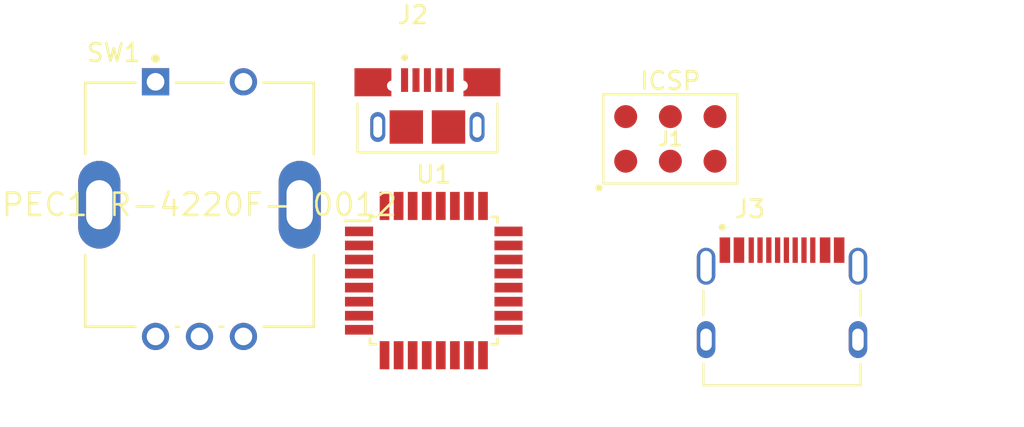
<source format=kicad_pcb>
(kicad_pcb (version 20171130) (host pcbnew "(5.1.10)-1")

  (general
    (thickness 1.6)
    (drawings 0)
    (tracks 0)
    (zones 0)
    (modules 5)
    (nets 63)
  )

  (page A4)
  (title_block
    (title "LightControl Console")
    (date 2021-08-10)
    (rev v00)
    (comment 4 "Author: GHOSCHT")
  )

  (layers
    (0 F.Cu signal)
    (31 B.Cu signal)
    (32 B.Adhes user)
    (33 F.Adhes user)
    (34 B.Paste user)
    (35 F.Paste user)
    (36 B.SilkS user)
    (37 F.SilkS user)
    (38 B.Mask user)
    (39 F.Mask user)
    (40 Dwgs.User user)
    (41 Cmts.User user)
    (42 Eco1.User user)
    (43 Eco2.User user)
    (44 Edge.Cuts user)
    (45 Margin user)
    (46 B.CrtYd user)
    (47 F.CrtYd user)
    (48 B.Fab user)
    (49 F.Fab user)
  )

  (setup
    (last_trace_width 0.25)
    (trace_clearance 0.2)
    (zone_clearance 0.508)
    (zone_45_only no)
    (trace_min 0.2)
    (via_size 0.8)
    (via_drill 0.4)
    (via_min_size 0.4)
    (via_min_drill 0.3)
    (uvia_size 0.3)
    (uvia_drill 0.1)
    (uvias_allowed no)
    (uvia_min_size 0.2)
    (uvia_min_drill 0.1)
    (edge_width 0.05)
    (segment_width 0.2)
    (pcb_text_width 0.3)
    (pcb_text_size 1.5 1.5)
    (mod_edge_width 0.12)
    (mod_text_size 1 1)
    (mod_text_width 0.15)
    (pad_size 1.524 1.524)
    (pad_drill 0.762)
    (pad_to_mask_clearance 0)
    (aux_axis_origin 0 0)
    (visible_elements 7FFFFFFF)
    (pcbplotparams
      (layerselection 0x010fc_ffffffff)
      (usegerberextensions false)
      (usegerberattributes true)
      (usegerberadvancedattributes true)
      (creategerberjobfile true)
      (excludeedgelayer true)
      (linewidth 0.100000)
      (plotframeref false)
      (viasonmask false)
      (mode 1)
      (useauxorigin false)
      (hpglpennumber 1)
      (hpglpenspeed 20)
      (hpglpendiameter 15.000000)
      (psnegative false)
      (psa4output false)
      (plotreference true)
      (plotvalue true)
      (plotinvisibletext false)
      (padsonsilk false)
      (subtractmaskfromsilk false)
      (outputformat 1)
      (mirror false)
      (drillshape 1)
      (scaleselection 1)
      (outputdirectory ""))
  )

  (net 0 "")
  (net 1 "Net-(J1-Pad1)")
  (net 2 "Net-(J1-Pad2)")
  (net 3 "Net-(J1-Pad3)")
  (net 4 "Net-(J1-Pad4)")
  (net 5 "Net-(J1-Pad5)")
  (net 6 "Net-(J1-Pad6)")
  (net 7 "Net-(SW1-PadS1)")
  (net 8 "Net-(SW1-PadS2)")
  (net 9 "Net-(SW1-PadA)")
  (net 10 "Net-(SW1-PadC)")
  (net 11 "Net-(SW1-PadB)")
  (net 12 "Net-(U1-Pad1)")
  (net 13 "Net-(U1-Pad2)")
  (net 14 "Net-(U1-Pad21)")
  (net 15 "Net-(U1-Pad4)")
  (net 16 "Net-(U1-Pad7)")
  (net 17 "Net-(U1-Pad8)")
  (net 18 "Net-(U1-Pad9)")
  (net 19 "Net-(U1-Pad10)")
  (net 20 "Net-(U1-Pad11)")
  (net 21 "Net-(U1-Pad12)")
  (net 22 "Net-(U1-Pad13)")
  (net 23 "Net-(U1-Pad14)")
  (net 24 "Net-(U1-Pad15)")
  (net 25 "Net-(U1-Pad16)")
  (net 26 "Net-(U1-Pad17)")
  (net 27 "Net-(U1-Pad18)")
  (net 28 "Net-(U1-Pad19)")
  (net 29 "Net-(U1-Pad20)")
  (net 30 "Net-(U1-Pad22)")
  (net 31 "Net-(U1-Pad23)")
  (net 32 "Net-(U1-Pad24)")
  (net 33 "Net-(U1-Pad25)")
  (net 34 "Net-(U1-Pad26)")
  (net 35 "Net-(U1-Pad27)")
  (net 36 "Net-(U1-Pad28)")
  (net 37 "Net-(U1-Pad29)")
  (net 38 "Net-(U1-Pad30)")
  (net 39 "Net-(U1-Pad31)")
  (net 40 "Net-(U1-Pad32)")
  (net 41 "Net-(J2-Pad1)")
  (net 42 "Net-(J2-Pad2)")
  (net 43 "Net-(J2-Pad3)")
  (net 44 "Net-(J2-Pad4)")
  (net 45 "Net-(J2-Pad5)")
  (net 46 "Net-(J2-Pad6)")
  (net 47 "Net-(J3-PadA1B12)")
  (net 48 "Net-(J3-PadA4B9)")
  (net 49 "Net-(J3-PadA6)")
  (net 50 "Net-(J3-PadB7)")
  (net 51 "Net-(J3-PadA5)")
  (net 52 "Net-(J3-PadB8)")
  (net 53 "Net-(J3-PadA7)")
  (net 54 "Net-(J3-PadB6)")
  (net 55 "Net-(J3-PadA8)")
  (net 56 "Net-(J3-PadB5)")
  (net 57 "Net-(J3-PadB4A9)")
  (net 58 "Net-(J3-PadB1A12)")
  (net 59 "Net-(J3-PadS1)")
  (net 60 "Net-(J3-PadS2)")
  (net 61 "Net-(J3-PadS3)")
  (net 62 "Net-(J3-PadS4)")

  (net_class Default "This is the default net class."
    (clearance 0.2)
    (trace_width 0.25)
    (via_dia 0.8)
    (via_drill 0.4)
    (uvia_dia 0.3)
    (uvia_drill 0.1)
    (add_net "Net-(J1-Pad1)")
    (add_net "Net-(J1-Pad2)")
    (add_net "Net-(J1-Pad3)")
    (add_net "Net-(J1-Pad4)")
    (add_net "Net-(J1-Pad5)")
    (add_net "Net-(J1-Pad6)")
    (add_net "Net-(J2-Pad1)")
    (add_net "Net-(J2-Pad2)")
    (add_net "Net-(J2-Pad3)")
    (add_net "Net-(J2-Pad4)")
    (add_net "Net-(J2-Pad5)")
    (add_net "Net-(J2-Pad6)")
    (add_net "Net-(J3-PadA1B12)")
    (add_net "Net-(J3-PadA4B9)")
    (add_net "Net-(J3-PadA5)")
    (add_net "Net-(J3-PadA6)")
    (add_net "Net-(J3-PadA7)")
    (add_net "Net-(J3-PadA8)")
    (add_net "Net-(J3-PadB1A12)")
    (add_net "Net-(J3-PadB4A9)")
    (add_net "Net-(J3-PadB5)")
    (add_net "Net-(J3-PadB6)")
    (add_net "Net-(J3-PadB7)")
    (add_net "Net-(J3-PadB8)")
    (add_net "Net-(J3-PadS1)")
    (add_net "Net-(J3-PadS2)")
    (add_net "Net-(J3-PadS3)")
    (add_net "Net-(J3-PadS4)")
    (add_net "Net-(SW1-PadA)")
    (add_net "Net-(SW1-PadB)")
    (add_net "Net-(SW1-PadC)")
    (add_net "Net-(SW1-PadS1)")
    (add_net "Net-(SW1-PadS2)")
    (add_net "Net-(U1-Pad1)")
    (add_net "Net-(U1-Pad10)")
    (add_net "Net-(U1-Pad11)")
    (add_net "Net-(U1-Pad12)")
    (add_net "Net-(U1-Pad13)")
    (add_net "Net-(U1-Pad14)")
    (add_net "Net-(U1-Pad15)")
    (add_net "Net-(U1-Pad16)")
    (add_net "Net-(U1-Pad17)")
    (add_net "Net-(U1-Pad18)")
    (add_net "Net-(U1-Pad19)")
    (add_net "Net-(U1-Pad2)")
    (add_net "Net-(U1-Pad20)")
    (add_net "Net-(U1-Pad21)")
    (add_net "Net-(U1-Pad22)")
    (add_net "Net-(U1-Pad23)")
    (add_net "Net-(U1-Pad24)")
    (add_net "Net-(U1-Pad25)")
    (add_net "Net-(U1-Pad26)")
    (add_net "Net-(U1-Pad27)")
    (add_net "Net-(U1-Pad28)")
    (add_net "Net-(U1-Pad29)")
    (add_net "Net-(U1-Pad30)")
    (add_net "Net-(U1-Pad31)")
    (add_net "Net-(U1-Pad32)")
    (add_net "Net-(U1-Pad4)")
    (add_net "Net-(U1-Pad7)")
    (add_net "Net-(U1-Pad8)")
    (add_net "Net-(U1-Pad9)")
  )

  (module XKB-U254-051T-4BH83-F1S:XKB_U254-051T-4BH83-F1S (layer F.Cu) (tedit 611255A8) (tstamp 6112C961)
    (at 125.627501 68.666001)
    (path /611277F0)
    (fp_text reference J2 (at -0.825 -6.385) (layer F.SilkS)
      (effects (font (size 1 1) (thickness 0.15)))
    )
    (fp_text value U254-051T-4BH83-F1S (at 10.605 -4.885) (layer F.Fab)
      (effects (font (size 1 1) (thickness 0.15)))
    )
    (fp_circle (center -1.3 -3.95) (end -1.2 -3.95) (layer F.SilkS) (width 0.2))
    (fp_line (start -4.9 1.45) (end 6.2 1.45) (layer F.Fab) (width 0.127))
    (fp_line (start -3.9 1.45) (end 3.9 1.45) (layer F.SilkS) (width 0.127))
    (fp_line (start 3.98 -1.35) (end 3.98 1.45) (layer F.SilkS) (width 0.127))
    (fp_line (start -3.98 -1.35) (end -3.98 1.45) (layer F.SilkS) (width 0.127))
    (fp_line (start -4.4 2.4) (end -4.4 -3.6) (layer F.CrtYd) (width 0.05))
    (fp_line (start 4.4 2.4) (end 4.4 -3.6) (layer F.CrtYd) (width 0.05))
    (fp_line (start -4.4 2.4) (end 4.4 2.4) (layer F.CrtYd) (width 0.05))
    (fp_line (start -4.4 -3.6) (end 4.4 -3.6) (layer F.CrtYd) (width 0.05))
    (fp_line (start -3.98 2.15) (end -3.98 -2.85) (layer F.Fab) (width 0.127))
    (fp_line (start -3.98 2.15) (end 3.98 2.15) (layer F.Fab) (width 0.127))
    (fp_line (start 3.98 2.15) (end 3.98 -2.85) (layer F.Fab) (width 0.127))
    (fp_line (start -3.98 -2.85) (end 3.98 -2.85) (layer F.Fab) (width 0.127))
    (fp_circle (center -1.3 -3.95) (end -1.2 -3.95) (layer F.Fab) (width 0.2))
    (fp_text user PCB-EDGE (at 4.6 1.35) (layer F.Fab)
      (effects (font (size 0.590551 0.590551) (thickness 0.15)))
    )
    (pad 1 smd rect (at -1.3 -2.675) (size 0.4 1.35) (layers F.Cu F.Paste F.Mask)
      (net 41 "Net-(J2-Pad1)"))
    (pad 2 smd rect (at -0.65 -2.675) (size 0.4 1.35) (layers F.Cu F.Paste F.Mask)
      (net 42 "Net-(J2-Pad2)"))
    (pad 3 smd rect (at 0 -2.675) (size 0.4 1.35) (layers F.Cu F.Paste F.Mask)
      (net 43 "Net-(J2-Pad3)"))
    (pad 4 smd rect (at 0.65 -2.675) (size 0.4 1.35) (layers F.Cu F.Paste F.Mask)
      (net 44 "Net-(J2-Pad4)"))
    (pad 5 smd rect (at 1.3 -2.675) (size 0.4 1.35) (layers F.Cu F.Paste F.Mask)
      (net 45 "Net-(J2-Pad5)"))
    (pad S3 smd rect (at -1.2 0) (size 1.9 1.9) (layers F.Cu F.Paste F.Mask))
    (pad S4 smd rect (at 1.2 0) (size 1.9 1.9) (layers F.Cu F.Paste F.Mask))
    (pad S1 smd rect (at -3.1 -2.55) (size 2.1 1.6) (layers F.Cu F.Paste F.Mask))
    (pad S2 smd rect (at 3.1 -2.55) (size 2.1 1.6) (layers F.Cu F.Paste F.Mask))
    (pad 5 thru_hole oval (at -2.825 0) (size 0.85 1.7) (drill oval 0.5 1.2) (layers *.Cu *.Mask)
      (net 45 "Net-(J2-Pad5)"))
    (pad 6 thru_hole oval (at 2.825 0) (size 0.85 1.7) (drill oval 0.5 1.2) (layers *.Cu *.Mask)
      (net 46 "Net-(J2-Pad6)"))
    (pad None np_thru_hole circle (at -2 -2.35) (size 0.6 0.6) (drill 0.6) (layers *.Cu *.Mask))
    (pad None np_thru_hole circle (at 2 -2.35) (size 0.6 0.6) (drill 0.6) (layers *.Cu *.Mask))
    (model ${KIPRJMOD}/Libraries/XKB-U254-051T-4BH83-F1S.models/U254-051T-4BH83-F1S.step
      (offset (xyz 0 -2.15 0))
      (scale (xyz 1 1 1))
      (rotate (xyz -90 0 0))
    )
  )

  (module Bourns-PEC11R-4220F-S0012:Bourns-PEC11R-4220F-S0012-MFG (layer F.Cu) (tedit 611258C1) (tstamp 6112C981)
    (at 112.664001 73.091001)
    (path /6112A1C1)
    (fp_text reference SW1 (at -6.5 -8.65) (layer F.SilkS)
      (effects (font (size 1 1) (thickness 0.15)) (justify left))
    )
    (fp_text value PEC11R-4220F-S0012 (at 0 0) (layer F.SilkS)
      (effects (font (size 1.27 1.27) (thickness 0.15)))
    )
    (fp_circle (center -2.5 -8.325) (end -2.375 -8.325) (layer F.SilkS) (width 0.25))
    (fp_line (start -6.5 -2.875) (end -6.5 -6.95) (layer F.SilkS) (width 0.15))
    (fp_line (start -6.5 6.95) (end -6.5 2.875) (layer F.SilkS) (width 0.15))
    (fp_line (start 3.65 6.95) (end 6.5 6.95) (layer F.SilkS) (width 0.15))
    (fp_line (start 1.15 6.95) (end 1.35 6.95) (layer F.SilkS) (width 0.15))
    (fp_line (start -1.35 6.95) (end -1.15 6.95) (layer F.SilkS) (width 0.15))
    (fp_line (start -6.5 6.95) (end -3.65 6.95) (layer F.SilkS) (width 0.15))
    (fp_line (start 6.5 -2.875) (end 6.5 -6.95) (layer F.SilkS) (width 0.15))
    (fp_line (start 6.5 6.95) (end 6.5 2.875) (layer F.SilkS) (width 0.15))
    (fp_line (start 3.65 -6.95) (end 6.5 -6.95) (layer F.SilkS) (width 0.15))
    (fp_line (start -1.35 -6.95) (end 1.35 -6.95) (layer F.SilkS) (width 0.15))
    (fp_line (start -6.5 -6.95) (end -3.65 -6.95) (layer F.SilkS) (width 0.15))
    (fp_line (start 6.925 8.3) (end 6.925 -7.8) (layer F.CrtYd) (width 0.15))
    (fp_line (start -6.925 8.3) (end 6.925 8.3) (layer F.CrtYd) (width 0.15))
    (fp_line (start -6.925 -7.8) (end -6.925 8.3) (layer F.CrtYd) (width 0.15))
    (fp_line (start 6.925 -7.8) (end -6.925 -7.8) (layer F.CrtYd) (width 0.15))
    (fp_line (start 6.925 -7.8) (end 6.925 -7.8) (layer F.CrtYd) (width 0.15))
    (fp_line (start 6.5 6.95) (end -6.5 6.95) (layer F.Fab) (width 0.15))
    (fp_line (start 6.5 -6.95) (end 6.5 6.95) (layer F.Fab) (width 0.15))
    (fp_line (start -6.5 -6.95) (end 6.5 -6.95) (layer F.Fab) (width 0.15))
    (fp_line (start -6.5 6.95) (end -6.5 -6.95) (layer F.Fab) (width 0.15))
    (pad S1 thru_hole rect (at -2.5 -7) (size 1.55 1.55) (drill 1) (layers *.Cu *.Mask)
      (net 7 "Net-(SW1-PadS1)"))
    (pad S2 thru_hole circle (at 2.5 -7) (size 1.55 1.55) (drill 1) (layers *.Cu *.Mask)
      (net 8 "Net-(SW1-PadS2)"))
    (pad A thru_hole circle (at -2.5 7.5) (size 1.55 1.55) (drill 1) (layers *.Cu *.Mask)
      (net 9 "Net-(SW1-PadA)"))
    (pad C thru_hole circle (at 0 7.5) (size 1.55 1.55) (drill 1) (layers *.Cu *.Mask)
      (net 10 "Net-(SW1-PadC)"))
    (pad B thru_hole circle (at 2.5 7.5) (size 1.55 1.55) (drill 1) (layers *.Cu *.Mask)
      (net 11 "Net-(SW1-PadB)"))
    (pad 3 thru_hole roundrect (at -5.7 0) (size 2.4 5) (drill oval 1.5 2.8) (layers *.Cu *.Mask) (roundrect_rratio 0.5))
    (pad 4 thru_hole roundrect (at 5.7 0) (size 2.4 5) (drill oval 1.5 2.8) (layers *.Cu *.Mask) (roundrect_rratio 0.5))
    (model ${KIPRJMOD}/Libraries/Bourns-PEC11R-4220F-S0012.models/Bourns_-_PEC11R-4220F-S0012.step
      (at (xyz 0 0 0))
      (scale (xyz 1 1 1))
      (rotate (xyz 0 0 0))
    )
  )

  (module Package_QFP:TQFP-32_7x7mm_P0.8mm (layer F.Cu) (tedit 5A02F146) (tstamp 6112C9B8)
    (at 125.989001 77.411001)
    (descr "32-Lead Plastic Thin Quad Flatpack (PT) - 7x7x1.0 mm Body, 2.00 mm [TQFP] (see Microchip Packaging Specification 00000049BS.pdf)")
    (tags "QFP 0.8")
    (path /61124B57)
    (attr smd)
    (fp_text reference U1 (at 0 -6.05) (layer F.SilkS)
      (effects (font (size 1 1) (thickness 0.15)))
    )
    (fp_text value ATmega328P-AU (at 0 6.05) (layer F.Fab)
      (effects (font (size 1 1) (thickness 0.15)))
    )
    (fp_line (start -2.5 -3.5) (end 3.5 -3.5) (layer F.Fab) (width 0.15))
    (fp_line (start 3.5 -3.5) (end 3.5 3.5) (layer F.Fab) (width 0.15))
    (fp_line (start 3.5 3.5) (end -3.5 3.5) (layer F.Fab) (width 0.15))
    (fp_line (start -3.5 3.5) (end -3.5 -2.5) (layer F.Fab) (width 0.15))
    (fp_line (start -3.5 -2.5) (end -2.5 -3.5) (layer F.Fab) (width 0.15))
    (fp_line (start -5.3 -5.3) (end -5.3 5.3) (layer F.CrtYd) (width 0.05))
    (fp_line (start 5.3 -5.3) (end 5.3 5.3) (layer F.CrtYd) (width 0.05))
    (fp_line (start -5.3 -5.3) (end 5.3 -5.3) (layer F.CrtYd) (width 0.05))
    (fp_line (start -5.3 5.3) (end 5.3 5.3) (layer F.CrtYd) (width 0.05))
    (fp_line (start -3.625 -3.625) (end -3.625 -3.4) (layer F.SilkS) (width 0.15))
    (fp_line (start 3.625 -3.625) (end 3.625 -3.3) (layer F.SilkS) (width 0.15))
    (fp_line (start 3.625 3.625) (end 3.625 3.3) (layer F.SilkS) (width 0.15))
    (fp_line (start -3.625 3.625) (end -3.625 3.3) (layer F.SilkS) (width 0.15))
    (fp_line (start -3.625 -3.625) (end -3.3 -3.625) (layer F.SilkS) (width 0.15))
    (fp_line (start -3.625 3.625) (end -3.3 3.625) (layer F.SilkS) (width 0.15))
    (fp_line (start 3.625 3.625) (end 3.3 3.625) (layer F.SilkS) (width 0.15))
    (fp_line (start 3.625 -3.625) (end 3.3 -3.625) (layer F.SilkS) (width 0.15))
    (fp_line (start -3.625 -3.4) (end -5.05 -3.4) (layer F.SilkS) (width 0.15))
    (fp_text user %R (at 0 0) (layer F.Fab)
      (effects (font (size 1 1) (thickness 0.15)))
    )
    (pad 1 smd rect (at -4.25 -2.8) (size 1.6 0.55) (layers F.Cu F.Paste F.Mask)
      (net 12 "Net-(U1-Pad1)"))
    (pad 2 smd rect (at -4.25 -2) (size 1.6 0.55) (layers F.Cu F.Paste F.Mask)
      (net 13 "Net-(U1-Pad2)"))
    (pad 3 smd rect (at -4.25 -1.2) (size 1.6 0.55) (layers F.Cu F.Paste F.Mask)
      (net 14 "Net-(U1-Pad21)"))
    (pad 4 smd rect (at -4.25 -0.4) (size 1.6 0.55) (layers F.Cu F.Paste F.Mask)
      (net 15 "Net-(U1-Pad4)"))
    (pad 5 smd rect (at -4.25 0.4) (size 1.6 0.55) (layers F.Cu F.Paste F.Mask)
      (net 14 "Net-(U1-Pad21)"))
    (pad 6 smd rect (at -4.25 1.2) (size 1.6 0.55) (layers F.Cu F.Paste F.Mask)
      (net 15 "Net-(U1-Pad4)"))
    (pad 7 smd rect (at -4.25 2) (size 1.6 0.55) (layers F.Cu F.Paste F.Mask)
      (net 16 "Net-(U1-Pad7)"))
    (pad 8 smd rect (at -4.25 2.8) (size 1.6 0.55) (layers F.Cu F.Paste F.Mask)
      (net 17 "Net-(U1-Pad8)"))
    (pad 9 smd rect (at -2.8 4.25 90) (size 1.6 0.55) (layers F.Cu F.Paste F.Mask)
      (net 18 "Net-(U1-Pad9)"))
    (pad 10 smd rect (at -2 4.25 90) (size 1.6 0.55) (layers F.Cu F.Paste F.Mask)
      (net 19 "Net-(U1-Pad10)"))
    (pad 11 smd rect (at -1.2 4.25 90) (size 1.6 0.55) (layers F.Cu F.Paste F.Mask)
      (net 20 "Net-(U1-Pad11)"))
    (pad 12 smd rect (at -0.4 4.25 90) (size 1.6 0.55) (layers F.Cu F.Paste F.Mask)
      (net 21 "Net-(U1-Pad12)"))
    (pad 13 smd rect (at 0.4 4.25 90) (size 1.6 0.55) (layers F.Cu F.Paste F.Mask)
      (net 22 "Net-(U1-Pad13)"))
    (pad 14 smd rect (at 1.2 4.25 90) (size 1.6 0.55) (layers F.Cu F.Paste F.Mask)
      (net 23 "Net-(U1-Pad14)"))
    (pad 15 smd rect (at 2 4.25 90) (size 1.6 0.55) (layers F.Cu F.Paste F.Mask)
      (net 24 "Net-(U1-Pad15)"))
    (pad 16 smd rect (at 2.8 4.25 90) (size 1.6 0.55) (layers F.Cu F.Paste F.Mask)
      (net 25 "Net-(U1-Pad16)"))
    (pad 17 smd rect (at 4.25 2.8) (size 1.6 0.55) (layers F.Cu F.Paste F.Mask)
      (net 26 "Net-(U1-Pad17)"))
    (pad 18 smd rect (at 4.25 2) (size 1.6 0.55) (layers F.Cu F.Paste F.Mask)
      (net 27 "Net-(U1-Pad18)"))
    (pad 19 smd rect (at 4.25 1.2) (size 1.6 0.55) (layers F.Cu F.Paste F.Mask)
      (net 28 "Net-(U1-Pad19)"))
    (pad 20 smd rect (at 4.25 0.4) (size 1.6 0.55) (layers F.Cu F.Paste F.Mask)
      (net 29 "Net-(U1-Pad20)"))
    (pad 21 smd rect (at 4.25 -0.4) (size 1.6 0.55) (layers F.Cu F.Paste F.Mask)
      (net 14 "Net-(U1-Pad21)"))
    (pad 22 smd rect (at 4.25 -1.2) (size 1.6 0.55) (layers F.Cu F.Paste F.Mask)
      (net 30 "Net-(U1-Pad22)"))
    (pad 23 smd rect (at 4.25 -2) (size 1.6 0.55) (layers F.Cu F.Paste F.Mask)
      (net 31 "Net-(U1-Pad23)"))
    (pad 24 smd rect (at 4.25 -2.8) (size 1.6 0.55) (layers F.Cu F.Paste F.Mask)
      (net 32 "Net-(U1-Pad24)"))
    (pad 25 smd rect (at 2.8 -4.25 90) (size 1.6 0.55) (layers F.Cu F.Paste F.Mask)
      (net 33 "Net-(U1-Pad25)"))
    (pad 26 smd rect (at 2 -4.25 90) (size 1.6 0.55) (layers F.Cu F.Paste F.Mask)
      (net 34 "Net-(U1-Pad26)"))
    (pad 27 smd rect (at 1.2 -4.25 90) (size 1.6 0.55) (layers F.Cu F.Paste F.Mask)
      (net 35 "Net-(U1-Pad27)"))
    (pad 28 smd rect (at 0.4 -4.25 90) (size 1.6 0.55) (layers F.Cu F.Paste F.Mask)
      (net 36 "Net-(U1-Pad28)"))
    (pad 29 smd rect (at -0.4 -4.25 90) (size 1.6 0.55) (layers F.Cu F.Paste F.Mask)
      (net 37 "Net-(U1-Pad29)"))
    (pad 30 smd rect (at -1.2 -4.25 90) (size 1.6 0.55) (layers F.Cu F.Paste F.Mask)
      (net 38 "Net-(U1-Pad30)"))
    (pad 31 smd rect (at -2 -4.25 90) (size 1.6 0.55) (layers F.Cu F.Paste F.Mask)
      (net 39 "Net-(U1-Pad31)"))
    (pad 32 smd rect (at -2.8 -4.25 90) (size 1.6 0.55) (layers F.Cu F.Paste F.Mask)
      (net 40 "Net-(U1-Pad32)"))
    (model ${KISYS3DMOD}/Package_QFP.3dshapes/TQFP-32_7x7mm_P0.8mm.wrl
      (at (xyz 0 0 0))
      (scale (xyz 1 1 1))
      (rotate (xyz 0 0 0))
    )
  )

  (module AVR-ISP:AVR-ISP (layer F.Cu) (tedit 61126B73) (tstamp 6112DBCD)
    (at 139.446 69.342)
    (path /61134728)
    (fp_text reference J1 (at 0 0) (layer F.SilkS)
      (effects (font (size 0.787402 0.787402) (thickness 0.15)))
    )
    (fp_text value AVR-ISP-6 (at 0 0) (layer F.Fab)
      (effects (font (size 0.787402 0.787402) (thickness 0.15)))
    )
    (fp_line (start -3.81 -2.54) (end 3.81 -2.54) (layer F.SilkS) (width 0.127))
    (fp_line (start 3.81 -2.54) (end 3.81 2.54) (layer F.SilkS) (width 0.127))
    (fp_line (start 3.81 2.54) (end -3.81 2.54) (layer F.SilkS) (width 0.127))
    (fp_line (start -3.81 2.54) (end -3.81 -2.54) (layer F.SilkS) (width 0.127))
    (fp_circle (center -4.064 2.794) (end -3.964 2.794) (layer F.SilkS) (width 0.2))
    (fp_text user ICSP (at 0 -3.302) (layer F.SilkS)
      (effects (font (size 1 1) (thickness 0.15)))
    )
    (pad 4 smd circle (at 0 -1.27) (size 1.308 1.308) (layers F.Cu F.Paste F.Mask)
      (net 4 "Net-(J1-Pad4)"))
    (pad 3 smd circle (at 0 1.27) (size 1.308 1.308) (layers F.Cu F.Paste F.Mask)
      (net 3 "Net-(J1-Pad3)"))
    (pad 2 smd circle (at -2.54 -1.27) (size 1.308 1.308) (layers F.Cu F.Paste F.Mask)
      (net 2 "Net-(J1-Pad2)"))
    (pad 1 smd circle (at -2.54 1.27) (size 1.308 1.308) (layers F.Cu F.Paste F.Mask)
      (net 1 "Net-(J1-Pad1)"))
    (pad 5 smd circle (at 2.54 1.27) (size 1.308 1.308) (layers F.Cu F.Paste F.Mask)
      (net 5 "Net-(J1-Pad5)"))
    (pad 6 smd circle (at 2.54 -1.27) (size 1.308 1.308) (layers F.Cu F.Paste F.Mask)
      (net 6 "Net-(J1-Pad6)"))
  )

  (module HRO_TYPE-C-31-M-12:HRO_TYPE-C-31-M-12 (layer F.Cu) (tedit 6112D184) (tstamp 6112D3E1)
    (at 145.796 80.772)
    (path /6112D89A)
    (fp_text reference J3 (at -1.825 -7.435) (layer F.SilkS)
      (effects (font (size 1 1) (thickness 0.15)))
    )
    (fp_text value TYPE-C-31-M-12 (at 6.43 4.135) (layer F.Fab)
      (effects (font (size 1 1) (thickness 0.15)))
    )
    (fp_circle (center -3.4 -6.4) (end -3.3 -6.4) (layer F.SilkS) (width 0.2))
    (fp_circle (center -3.4 -6.4) (end -3.3 -6.4) (layer F.Fab) (width 0.2))
    (fp_line (start -5.095 -6.07) (end -5.095 2.85) (layer F.CrtYd) (width 0.05))
    (fp_line (start 5.095 -6.07) (end -5.095 -6.07) (layer F.CrtYd) (width 0.05))
    (fp_line (start 5.095 2.85) (end 5.095 -6.07) (layer F.CrtYd) (width 0.05))
    (fp_line (start -5.095 2.85) (end 5.095 2.85) (layer F.CrtYd) (width 0.05))
    (fp_line (start -4.47 2.6) (end -4.47 1.37) (layer F.SilkS) (width 0.127))
    (fp_line (start 4.47 2.6) (end -4.47 2.6) (layer F.SilkS) (width 0.127))
    (fp_line (start 4.47 1.37) (end 4.47 2.6) (layer F.SilkS) (width 0.127))
    (fp_line (start 4.47 -2.81) (end 4.47 -1.37) (layer F.SilkS) (width 0.127))
    (fp_line (start -4.47 -2.81) (end -4.47 -1.37) (layer F.SilkS) (width 0.127))
    (fp_line (start -4.47 -4.7) (end -4.47 2.6) (layer F.Fab) (width 0.127))
    (fp_line (start 4.47 -4.7) (end -4.47 -4.7) (layer F.Fab) (width 0.127))
    (fp_line (start 4.47 2.6) (end 4.47 -4.7) (layer F.Fab) (width 0.127))
    (fp_line (start -4.47 2.6) (end 4.47 2.6) (layer F.Fab) (width 0.127))
    (pad A1B12 smd rect (at -3.25 -5.095) (size 0.6 1.45) (layers F.Cu F.Paste F.Mask)
      (net 47 "Net-(J3-PadA1B12)"))
    (pad A4B9 smd rect (at -2.45 -5.095) (size 0.6 1.45) (layers F.Cu F.Paste F.Mask)
      (net 48 "Net-(J3-PadA4B9)"))
    (pad A6 smd rect (at -0.25 -5.095) (size 0.3 1.45) (layers F.Cu F.Paste F.Mask)
      (net 49 "Net-(J3-PadA6)"))
    (pad B7 smd rect (at -0.75 -5.095) (size 0.3 1.45) (layers F.Cu F.Paste F.Mask)
      (net 50 "Net-(J3-PadB7)"))
    (pad A5 smd rect (at -1.25 -5.095) (size 0.3 1.45) (layers F.Cu F.Paste F.Mask)
      (net 51 "Net-(J3-PadA5)"))
    (pad B8 smd rect (at -1.75 -5.095) (size 0.3 1.45) (layers F.Cu F.Paste F.Mask)
      (net 52 "Net-(J3-PadB8)"))
    (pad A7 smd rect (at 0.25 -5.095) (size 0.3 1.45) (layers F.Cu F.Paste F.Mask)
      (net 53 "Net-(J3-PadA7)"))
    (pad B6 smd rect (at 0.75 -5.095) (size 0.3 1.45) (layers F.Cu F.Paste F.Mask)
      (net 54 "Net-(J3-PadB6)"))
    (pad A8 smd rect (at 1.25 -5.095) (size 0.3 1.45) (layers F.Cu F.Paste F.Mask)
      (net 55 "Net-(J3-PadA8)"))
    (pad B5 smd rect (at 1.75 -5.095) (size 0.3 1.45) (layers F.Cu F.Paste F.Mask)
      (net 56 "Net-(J3-PadB5)"))
    (pad B4A9 smd rect (at 2.45 -5.095) (size 0.6 1.45) (layers F.Cu F.Paste F.Mask)
      (net 57 "Net-(J3-PadB4A9)"))
    (pad B1A12 smd rect (at 3.25 -5.095) (size 0.6 1.45) (layers F.Cu F.Paste F.Mask)
      (net 58 "Net-(J3-PadB1A12)"))
    (pad S1 thru_hole oval (at -4.32 -4.18) (size 1.05 2.1) (drill oval 0.65 1.75) (layers *.Cu *.Mask)
      (net 59 "Net-(J3-PadS1)"))
    (pad S2 thru_hole oval (at 4.32 -4.18) (size 1.05 2.1) (drill oval 0.65 1.75) (layers *.Cu *.Mask)
      (net 60 "Net-(J3-PadS2)"))
    (pad S3 thru_hole oval (at -4.32 0) (size 1.05 2.1) (drill oval 0.65 1.25) (layers *.Cu *.Mask)
      (net 61 "Net-(J3-PadS3)"))
    (pad S4 thru_hole oval (at 4.32 0) (size 1.05 2.1) (drill oval 0.65 1.25) (layers *.Cu *.Mask)
      (net 62 "Net-(J3-PadS4)"))
    (pad None np_thru_hole circle (at -2.89 -3.65) (size 0.7 0.7) (drill 0.7) (layers *.Cu *.Mask))
    (pad None np_thru_hole circle (at 2.89 -3.65) (size 0.7 0.7) (drill 0.7) (layers *.Cu *.Mask))
    (model ${KIPRJMOD}/Libraries/HRO_TYPE-C-31-M-12.models/TYPE-C-31-M-12.step
      (at (xyz 0 0 0))
      (scale (xyz 1 1 1))
      (rotate (xyz -90 0 0))
    )
  )

)

</source>
